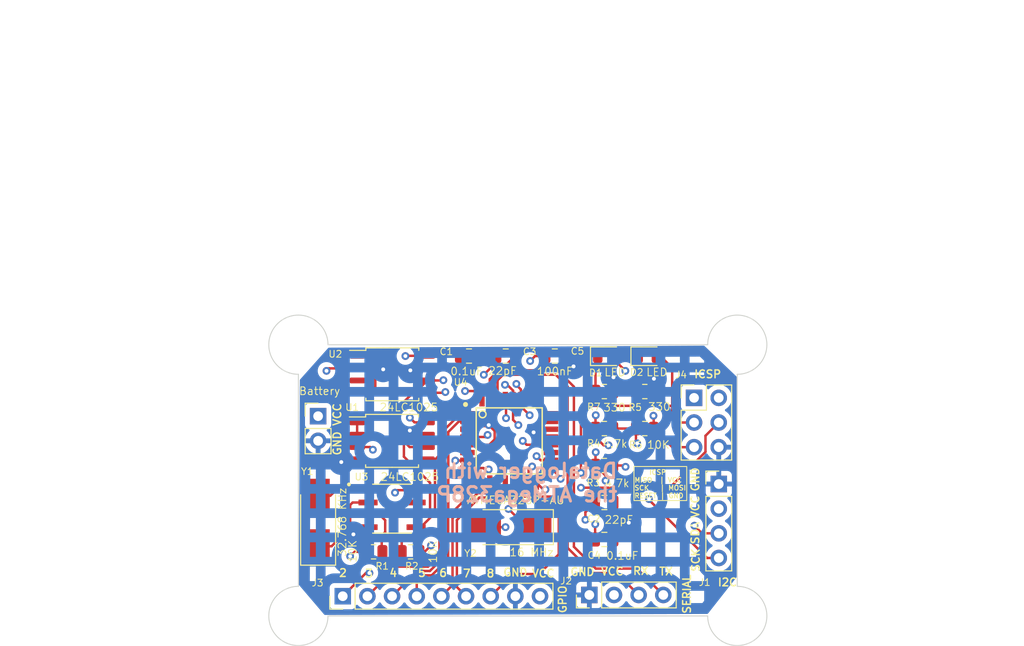
<source format=kicad_pcb>
(kicad_pcb (version 20221018) (generator pcbnew)
  (title_block (title "${project_name}") (date "2023-07-12") (rev "V1.0") (comment 1 "2-Layer PCB version"))
  (layers (0 "F.Cu" mixed) (1 "In1.Cu" mixed) (2 "In2.Cu" mixed) (31 "B.Cu" mixed) (34 "B.Paste" user) (35 "F.Paste" user) (36 "B.SilkS" user "B.Silkscreen") (37 "F.SilkS" user "F.Silkscreen") (38 "B.Mask" user) (39 "F.Mask" user) (44 "Edge.Cuts" user))
  (property "project_name" "MCU Datalogger with memory and clock")
  (net 0 "")
  (net 1 "GND")
  (net 2 "/Vcc")
  (net 3 "Net-(U4-PB6)")
  (net 4 "Net-(U4-PB7)")
  (net 5 "Net-(U4-AREF)")
  (net 6 "Net-(D1-K)")
  (net 7 "Net-(D2-K)")
  (net 8 "/SDA")
  (net 9 "/SCK")
  (net 10 "/RX")
  (net 11 "/TX")
  (net 12 "/D2")
  (net 13 "/D3")
  (net 14 "/D4")
  (net 15 "/D5")
  (net 16 "/D6")
  (net 17 "/D7")
  (net 18 "/D8")
  (net 19 "/MISO")
  (net 20 "/MOSI")
  (net 21 "/RESET")
  (net 22 "Net-(U3-~{INTA})")
  (net 23 "Net-(U3-SQW{slash}~INT)")
  (net 24 "Net-(U3-X1)")
  (net 25 "Net-(U3-X2)")
  (net 35 "/SCL")
  (footprint "Resistor_SMD:R_0805_2012Metric" (layer "F.Cu") (at 161.5675 90.17 180)
    (fp_text reference "R3")
    (fp_text value "4.7k")
  )
  (footprint "Connector_PinHeader_2.54mm:PinHeader_1x02_P2.54mm_Vertical" (layer "F.Cu") (at 132.08 85.085)
    (fp_text reference "BT1" hide)
    (fp_text value "Battery")
  )
  (footprint "Resistor_SMD:R_0805_2012Metric" (layer "F.Cu") (at 165.735 86.36)
    (fp_text reference "R6")
    (fp_text value "10K")
  )
  (footprint "Resistor_SMD:R_0805_2012Metric" (layer "F.Cu") (at 141.605 99.06 180)
    (fp_text reference "R2")
    (fp_text value "10K")
  )
  (footprint "Package_SO:SOIC-8_5.23x5.23mm_P1.27mm" (layer "F.Cu") (at 139.7254 80.7724)
    (fp_text reference "U2")
    (fp_text value "24LC1025")
  )
  (footprint "Connector_PinHeader_2.54mm:PinHeader_1x04_P2.54mm_Vertical" (layer "F.Cu") (at 160.02 103.505 90)
    (fp_text reference "J2")
    (fp_text value "Conn_01x04_Pin" hide)
  )
  (footprint "LED_SMD:LED_0805_2012Metric" (layer "F.Cu") (at 161.8238 78.9074)
    (fp_text reference "D1")
    (fp_text value "LED")
  )
  (footprint "Capacitor_SMD:C_0805_2012Metric" (layer "F.Cu") (at 161.5675 93.98 180)
    (fp_text reference "C2")
    (fp_text value "22pF")
  )
  (footprint "Connector_PinHeader_2.54mm:PinHeader_1x04_P2.54mm_Vertical" (layer "F.Cu") (at 173.355 92.075)
    (fp_text reference "J1")
    (fp_text value "Conn_01x04_Pin" hide)
  )
  (footprint "Capacitor_SMD:C_0805_2012Metric" (layer "F.Cu") (at 156.464 78.8924)
    (fp_text reference "C5")
    (fp_text value "100nF")
  )
  (footprint "Connector_PinHeader_2.54mm:PinHeader_1x09_P2.54mm_Vertical" (layer "F.Cu") (at 134.62 103.632 90)
    (fp_text reference "J3")
    (fp_text value "Conn_01x09_Pin" hide)
  )
  (footprint "Resistor_SMD:R_0805_2012Metric" (layer "F.Cu") (at 137.795 99.06)
    (fp_text reference "R1")
    (fp_text value "10K")
  )
  (footprint "MountingHole:MountingHole_2.1mm" (layer "F.Cu") (at 130.048 105.664)
    (fp_text reference "H3" hide)
    (fp_text value "MountingHole" hide)
  )
  (footprint "Crystal:Crystal_SMD_5032-2Pin_5.0x3.2mm_HandSoldering" (layer "F.Cu") (at 132.08 95.885 90)
    (fp_text reference "Y1")
    (fp_text value "32.768 KHz")
  )
  (footprint "LED_SMD:LED_0805_2012Metric" (layer "F.Cu") (at 165.9913 78.9074)
    (fp_text reference "D2")
    (fp_text value "LED")
  )
  (footprint "Footprints:QFP80P900X900X120-32N" (layer "F.Cu") (at 151.765 87.63)
    (fp_text reference "U4")
    (fp_text value "ATMEGA328P-AU")
  )
  (footprint "MountingHole:MountingHole_2.1mm" (layer "F.Cu") (at 175.26 105.664)
    (fp_text reference "H4" hide)
    (fp_text value "MountingHole" hide)
  )
  (footprint "Resistor_SMD:R_0805_2012Metric" (layer "F.Cu") (at 161.5675 86.36 180)
    (fp_text reference "R4")
    (fp_text value "4.7k")
  )
  (footprint "Package_SO:SOIC-8_5.23x5.23mm_P1.27mm" (layer "F.Cu") (at 139.7 87.63)
    (fp_text reference "U1")
    (fp_text value "24LC1025")
  )
  (footprint "Capacitor_SMD:C_0805_2012Metric" (layer "F.Cu") (at 147.6248 78.8924 180)
    (fp_text reference "C1")
    (fp_text value "0.1uF")
  )
  (footprint "Crystal:Crystal_SMD_5032-2Pin_5.0x3.2mm_HandSoldering" (layer "F.Cu") (at 151.765 96.52 180)
    (fp_text reference "Y2")
    (fp_text value "16 MHz")
  )
  (footprint "Footprints:SOIC127P600X175-8N" (layer "F.Cu") (at 139.7 94.615)
    (fp_text reference "U3")
    (fp_text value "DS1337S+" hide)
  )
  (footprint "MountingHole:MountingHole_2.1mm" (layer "F.Cu") (at 130.048 77.724)
    (fp_text reference "H1" hide)
    (fp_text value "MountingHole" hide)
  )
  (footprint "Resistor_SMD:R_0805_2012Metric" (layer "F.Cu") (at 161.5675 82.55)
    (fp_text reference "R7")
    (fp_text value "330")
  )
  (footprint "MountingHole:MountingHole_2.1mm" (layer "F.Cu") (at 175.26 77.724)
    (fp_text reference "H2" hide)
    (fp_text value "MountingHole" hide)
  )
  (footprint "Connector_PinHeader_2.54mm:PinHeader_2x03_P2.54mm_Vertical" (layer "F.Cu") (at 170.81 83.2)
    (fp_text reference "J4")
    (fp_text value "Conn_02x03_Odd_Even" hide)
  )
  (footprint "Resistor_SMD:R_0805_2012Metric" (layer "F.Cu") (at 165.735 82.55 180)
    (fp_text reference "R5")
    (fp_text value "330")
  )
  (footprint "Capacitor_SMD:C_0805_2012Metric" (layer "F.Cu") (at 151.4094 78.8924)
    (fp_text reference "C3")
    (fp_text value "22pF")
  )
  (footprint "Capacitor_SMD:C_0805_2012Metric" (layer "F.Cu") (at 161.5675 97.79 180)
    (fp_text reference "C4")
    (fp_text value "0.1uF")
  )
  (gr_rect (start 164.6174 90.2716) (end 170.053 93.7768) (stroke (width 0.1)) (fill none) (layer "F.SilkS"))
  (gr_line (start 133.096 105.664) (end 172.212 105.664) (stroke (width 0.1)) (layer "Edge.Cuts"))
  (gr_line (start 175.26 101.6) (end 175.26 80.772) (stroke (width 0.1)) (layer "Edge.Cuts"))
  (gr_line (start 130.048 80.772) (end 130.048 102.616) (stroke (width 0.1)) (layer "Edge.Cuts"))
  (gr_arc (start 130.048 80.772) (mid 127.892739 75.568739) (end 133.096 77.724) (stroke (width 0.1)) (layer "Edge.Cuts"))
  (gr_line (start 172.212 77.724) (end 133.096 77.724) (stroke (width 0.1)) (layer "Edge.Cuts"))
  (gr_arc (start 172.212 77.724) (mid 177.415261 75.568739) (end 175.26 80.772) (stroke (width 0.1)) (layer "Edge.Cuts"))
  (gr_arc (start 133.096 105.664) (mid 127.892739 107.819261) (end 130.048 102.616) (stroke (width 0.1)) (layer "Edge.Cuts"))
  (gr_line (start 175.26 102.616) (end 175.26 101.6) (stroke (width 0.1)) (layer "Edge.Cuts"))
  (gr_arc (start 175.26 102.616) (mid 177.415261 107.819261) (end 172.212 105.664) (stroke (width 0.1)) (layer "Edge.Cuts"))
  (gr_text "Datalogger with \nthe ATMega328P" (at 163.068 94.0308) (layer "B.SilkS") (effects (font (size 1.5 1.5) (thickness 0.3) bold) (justify left bottom mirror)))
  (gr_text "VCC" (at 154.0256 101.7524) (layer "F.SilkS") (effects (font (size 0.8 0.8) (thickness 0.15) bold) (justify left bottom)))
  (gr_text "VCC" (at 171.3992 95.6564 90) (layer "F.SilkS") (effects (font (size 0.8 0.8) (thickness 0.15) bold) (justify left bottom)))
  (gr_text "4" (at 139.3444 101.7016) (layer "F.SilkS") (effects (font (size 0.8 0.8) (thickness 0.15) bold) (justify left bottom)))
  (gr_text "SDA" (at 171.3992 98.3488 90) (layer "F.SilkS") (effects (font (size 0.8 0.8) (thickness 0.15) bold) (justify left bottom)))
  (gr_text "3" (at 136.8552 101.7524) (layer "F.SilkS") (effects (font (size 0.8 0.8) (thickness 0.15) bold) (justify left bottom)))
  (gr_text "    ICSP\nMISO  | VCC\nSCK   | MOSI\nRESET | GND" (at 164.6174 93.5736) (layer "F.SilkS") (effects (font (size 0.5 0.5) (thickness 0.1)) (justify left bottom)))
  (gr_text "TX" (at 167.132 101.5492) (layer "F.SilkS") (effects (font (size 0.8 0.8) (thickness 0.15) bold) (justify left bottom)))
  (gr_text "6" (at 144.4752 101.7016) (layer "F.SilkS") (effects (font (size 0.8 0.8) (thickness 0.15) bold) (justify left bottom)))
  (gr_text "VCC" (at 134.5184 86.1568 90) (layer "F.SilkS") (effects (font (size 0.8 0.8) (thickness 0.15) bold) (justify left bottom)))
  (gr_text "VCC" (at 161.1376 101.5492) (layer "F.SilkS") (effects (font (size 0.8 0.8) (thickness 0.15) bold) (justify left bottom)))
  (gr_text "GND" (at 151.0792 101.6508) (layer "F.SilkS") (effects (font (size 0.8 0.8) (thickness 0.15) bold) (justify left bottom)))
  (gr_text "ICSP" (at 170.7388 81.2292) (layer "F.SilkS") (effects (font (size 0.8 0.8) (thickness 0.15) bold) (justify left bottom)))
  (gr_text "I2C" (at 173.1772 102.6668) (layer "F.SilkS") (effects (font (size 0.8 0.8) (thickness 0.15) bold) (justify left bottom)))
  (gr_text "GND" (at 157.988 101.6) (layer "F.SilkS") (effects (font (size 0.8 0.8) (thickness 0.15) bold) (justify left bottom)))
  (gr_text "2" (at 134.1628 101.7016) (layer "F.SilkS") (effects (font (size 0.8 0.8) (thickness 0.15) bold) (justify left bottom)))
  (gr_text "7" (at 146.9136 101.7524) (layer "F.SilkS") (effects (font (size 0.8 0.8) (thickness 0.15) bold) (justify left bottom)))
  (gr_text "5" (at 142.2908 101.7016) (layer "F.SilkS") (effects (font (size 0.8 0.8) (thickness 0.15) bold) (justify left bottom)))
  (gr_text "SCK" (at 171.45 101.1936 90) (layer "F.SilkS") (effects (font (size 0.8 0.8) (thickness 0.15) bold) (justify left bottom)))
  (gr_text "GND" (at 171.3992 92.9132 90) (layer "F.SilkS") (effects (font (size 0.8 0.8) (thickness 0.15) bold) (justify left bottom)))
  (gr_text "8" (at 149.352 101.7524) (layer "F.SilkS") (effects (font (size 0.8 0.8) (thickness 0.15) bold) (justify left bottom)))
  (gr_text "SERIAL" (at 170.5356 105.5116 90) (layer "F.SilkS") (effects (font (size 0.8 0.8) (thickness 0.15) bold) (justify left bottom)))
  (gr_text "GND" (at 134.5184 89.2048 90) (layer "F.SilkS") (effects (font (size 0.8 0.8) (thickness 0.15) bold) (justify left bottom)))
  (gr_text "RX" (at 164.4396 101.4984) (layer "F.SilkS") (effects (font (size 0.8 0.8) (thickness 0.15) bold) (justify left bottom)))
  (gr_text "GPIO" (at 157.734 105.4608 90) (layer "F.SilkS") (effects (font (size 0.8 0.8) (thickness 0.15) bold) (justify left bottom)))
  (segment (start 137.9728 82.0928) (end 137.3882 82.6774) (width 0.25) (layer "F.Cu") (net 1))
  (segment (start 162.5175 96.0628) (end 164.084 96.0628) (width 0.25) (layer "F.Cu") (net 1))
  (segment (start 162.48 82.55) (end 162.48 81.106) (width 0.25) (layer "F.Cu") (net 1))
  (segment (start 136.457398 96.52) (end 135.716499 97.260899) (width 0.25) (layer "F.Cu") (net 1))
  (segment (start 147.3298 80.1374) (end 148.5748 78.8924) (width 0.25) (layer "F.Cu") (net 1))
  (segment (start 150.2664 86.614) (end 150.2664 87.4776) (width 0.25) (layer "F.Cu") (net 1))
  (segment (start 141.9606 86.995) (end 141.5288 86.5632) (width 0.25) (layer "F.Cu") (net 1))
  (segment (start 143.3254 80.1374) (end 147.3298 80.1374) (width 0.25) (layer "F.Cu") (net 1))
  (segment (start 154.7565 87.23) (end 154.2796 86.7531) (width 0.25) (layer "F.Cu") (net 1))
  (segment (start 162.5175 96.0628) (end 162.5175 97.79) (width 0.25) (layer "F.Cu") (net 1))
  (segment (start 138.3284 80.264) (end 138.7856 80.264) (width 0.25) (layer "F.Cu") (net 1))
  (segment (start 137.225 96.52) (end 136.457398 96.52) (width 0.25) (layer "F.Cu") (net 1))
  (segment (start 143.3254 80.1374) (end 141.8078 80.1374) (width 0.25) (layer "F.Cu") (net 1))
  (segment (start 149.6568 86.0044) (end 150.2664 86.614) (width 0.25) (layer "F.Cu") (net 1))
  (segment (start 162.48 81.106) (end 162.5092 81.0768) (width 0.25) (layer "F.Cu") (net 1))
  (segment (start 136.1 89.535) (end 134.747 89.535) (width 0.25) (layer "F.Cu") (net 1))
  (segment (start 137.3882 82.6774) (end 136.1254 82.6774) (width 0.25) (layer "F.Cu") (net 1))
  (segment (start 157.414 78.8924) (end 157.414 78.9788) (width 0.25) (layer "F.Cu") (net 1))
  (segment (start 148.216 86.43) (end 147.465 86.43) (width 0.25) (layer "F.Cu") (net 1))
  (segment (start 137.9728 80.8228) (end 137.9728 82.0928) (width 0.25) (layer "F.Cu") (net 1))
  (segment (start 162.5175 93.98) (end 162.5175 96.0628) (width 0.25) (layer "F.Cu") (net 1))
  (segment (start 137.2874 80.1374) (end 137.8712 80.7212) (width 0.25) (layer "F.Cu") (net 1))
  (segment (start 149.6568 86.0044) (end 149.5552 86.106) (width 0.25) (layer "F.Cu") (net 1))
  (segment (start 137.8712 80.7212) (end 138.3284 80.264) (width 0.25) (layer "F.Cu") (net 1))
  (segment (start 149.5552 86.106) (end 148.54 86.106) (width 0.25) (layer "F.Cu") (net 1))
  (segment (start 166.6475 82.55) (end 166.6475 81.2565) (width 0.25) (layer "F.Cu") (net 1))
  (segment (start 141.8078 80.1374) (end 141.5796 80.3656) (width 0.25) (layer "F.Cu") (net 1))
  (segment (start 134.747 89.535) (end 134.4676 89.8144) (width 0.25) (layer "F.Cu") (net 1))
  (segment (start 157.414 78.9788) (end 158.3944 79.9592) (width 0.25) (layer "F.Cu") (net 1))
  (segment (start 156.065 87.23) (end 154.7565 87.23) (width 0.25) (layer "F.Cu") (net 1))
  (segment (start 148.5748 78.8924) (end 150.4594 78.8924) (width 0.25) (layer "F.Cu") (net 1))
  (segment (start 136.1254 80.1374) (end 137.2874 80.1374) (width 0.25) (layer "F.Cu") (net 1))
  (segment (start 150.2664 87.4776) (end 149.714 88.03) (width 0.25) (layer "F.Cu") (net 1))
  (segment (start 148.54 86.106) (end 148.216 86.43) (width 0.25) (layer "F.Cu") (net 1))
  (segment (start 166.6475 81.2565) (end 166.6748 81.2292) (width 0.25) (layer "F.Cu") (net 1))
  (segment (start 149.714 88.03) (end 147.465 88.03) (width 0.25) (layer "F.Cu") (net 1))
  (segment (start 143.3 86.995) (end 141.9606 86.995) (width 0.25) (layer "F.Cu") (net 1))
  (segment (start 137.8712 80.7212) (end 137.9728 80.8228) (width 0.25) (layer "F.Cu") (net 1))
  (via (at 134.4676 89.8144) (size 0.8) (drill 0.4) (layers "F.Cu" "B.Cu") (net 1))
  (via (at 166.6748 81.2292) (size 0.8) (drill 0.4) (layers "F.Cu" "B.Cu") (net 1))
  (via (at 141.5288 86.5632) (size 0.8) (drill 0.4) (layers "F.Cu" "B.Cu") (net 1))
  (via (at 158.3944 79.9592) (size 0.8) (drill 0.4) (layers "F.Cu" "B.Cu") (net 1))
  (via (at 138.7856 80.264) (size 0.8) (drill 0.4) (layers "F.Cu" "B.Cu") (net 1))
  (via (at 154.2796 86.7531) (size 0.8) (drill 0.4) (layers "F.Cu" "B.Cu") (net 1))
  (via (at 162.5092 81.0768) (size 0.8) (drill 0.4) (layers "F.Cu" "B.Cu") (net 1))
  (via (at 164.084 96.0628) (size 0.8) (drill 0.4) (layers "F.Cu" "B.Cu") (net 1))
  (via (at 149.6568 86.0044) (size 0.8) (drill 0.4) (layers "F.Cu" "B.Cu") (net 1))
  (via (at 135.716499 97.260899) (size 0.8) (drill 0.4) (layers "F.Cu" "B.Cu") (net 1))
  (via (at 141.5796 80.3656) (size 0.8) (drill 0.4) (layers "F.Cu" "B.Cu") (net 1))
  (segment (start 154.432 78.8924) (end 155.514 78.8924) (width 0.25) (layer "F.Cu") (net 2))
  (segment (start 134.2136 80.1624) (end 134.2136 80.9752) (width 0.25) (layer "F.Cu") (net 2))
  (segment (start 134.2136 79.4512) (end 134.2136 80.1624) (width 0.25) (layer "F.Cu") (net 2))
  (segment (start 143.3 85.725) (end 142.0114 85.725) (width 0.25) (layer "F.Cu") (net 2))
  (segment (start 162.7613 79.4493) (end 163.7284 80.4164) (width 0.25) (layer "F.Cu") (net 2))
  (segment (start 162.7613 78.9074) (end 162.7613 79.4493) (width 0.25) (layer "F.Cu") (net 2))
  (segment (start 164.8225 87.7589) (end 164.9476 87.884) (width 0.25) (layer "F.Cu") (net 2))
  (segment (start 146.6498 78.8674) (end 146.6748 78.8924) (width 0.25) (layer "F.Cu") (net 2))
  (segment (start 143.3254 78.8674) (end 141.0966 78.8674) (width 0.25) (layer "F.Cu") (net 2))
  (segment (start 164.8225 86.36) (end 164.8225 87.7589) (width 0.25) (layer "F.Cu") (net 2))
  (segment (start 134.7974 78.8674) (end 134.2136 79.4512) (width 0.25) (layer "F.Cu") (net 2))
  (segment (start 142.5175 99.06) (end 143.0528 99.06) (width 0.25) (layer "F.Cu") (net 2))
  (segment (start 137.4394 88.265) (end 137.7188 88.5444) (width 0.25) (layer "F.Cu") (net 2))
  (segment (start 163.618202 90.17) (end 163.749501 90.301299) (width 0.25) (layer "F.Cu") (net 2))
  (segment (start 133.1976 80.1624) (end 132.9436 80.4164) (width 0.25) (layer "F.Cu") (net 2))
  (segment (start 156.065 89.63) (end 155.0096 89.63) (width 0.25) (layer "F.Cu") (net 2))
  (segment (start 143.0528 99.06) (end 143.7132 98.3996) (width 0.25) (layer "F.Cu") (net 2))
  (segment (start 134.6458 81.4074) (end 136.1254 81.4074) (width 0.25) (layer "F.Cu") (net 2))
  (segment (start 136.1254 78.8674) (end 134.7974 78.8674) (width 0.25) (layer "F.Cu") (net 2))
  (segment (start 143.3254 78.8674) (end 146.6498 78.8674) (width 0.25) (layer "F.Cu") (net 2))
  (segment (start 136.8825 99.06) (end 135.8392 99.06) (width 0.25) (layer "F.Cu") (net 2))
  (segment (start 153.924 79.4004) (end 154.432 78.8924) (width 0.25) (layer "F.Cu") (net 2))
  (segment (start 134.2136 80.9752) (end 134.6458 81.4074) (width 0.25) (layer "F.Cu") (net 2))
  (segment (start 135.8392 99.06) (end 135.382 99.5172) (width 0.25) (layer "F.Cu") (net 2))
  (segment (start 149.3323 87.23) (end 149.5419 87.0204) (width 0.25) (layer "F.Cu") (net 2))
  (segment (start 142.0114 85.725) (end 141.5288 85.2424) (width 0.25) (layer "F.Cu") (net 2))
  (segment (start 136.1 86.995) (end 136.1 88.265) (width 0.25) (layer "F.Cu") (net 2))
  (segment (start 142.175 92.71) (end 140.2588 92.71) (width 0.25) (layer "F.Cu") (net 2))
  (segment (start 147.465 87.23) (end 149.3323 87.23) (width 0.25) (layer "F.Cu") (net 2))
  (segment (start 162.48 86.36) (end 164.8225 86.36) (width 0.25) (layer "F.Cu") (net 2))
  (segment (start 136.1 85.725) (end 136.1 86.995) (width 0.25) (layer "F.Cu") (net 2))
  (segment (start 162.48 90.17) (end 163.618202 90.17) (width 0.25) (layer "F.Cu") (net 2))
  (segment (start 140.2588 92.71) (end 140.0048 92.964) (width 0.25) (layer "F.Cu") (net 2))
  (segment (start 134.2136 80.1624) (end 133.1976 80.1624) (width 0.25) (layer "F.Cu") (net 2))
  (segment (start 141.0966 78.8674) (end 141.0716 78.8924) (width 0.25) (layer "F.Cu") (net 2))
  (segment (start 155.0096 89.63) (end 154.5844 89.2048) (width 0.25) (layer "F.Cu") (net 2))
  (segment (start 136.1 88.265) (end 137.4394 88.265) (width 0.25) (layer "F.Cu") (net 2))
  (via (at 163.7284 80.4164) (size 0.8) (drill 0.4) (layers "F.Cu" "B.Cu") (net 2))
  (via (at 132.9436 80.4164) (size 0.8) (drill 0.4) (layers "F.Cu" "B.Cu") (net 2))
  (via (at 143.7132 98.3996) (size 0.8) (drill 0.4) (layers "F.Cu" "B.Cu") (net 2))
  (via (at 141.5288 85.2424) (size 0.8) (drill 0.4) (layers "F.Cu" "B.Cu") (net 2))
  (via (at 163.749501 90.301299) (size 0.8) (drill 0.4) (layers "F.Cu" "B.Cu") (net 2))
  (via (at 135.382 99.5172) (size 0.8) (drill 0.4) (layers "F.Cu" "B.Cu") (net 2))
  (via (at 153.924 79.4004) (size 0.8) (drill 0.4) (layers "F.Cu" "B.Cu") (net 2))
  (via (at 154.5844 89.2048) (size 0.8) (drill 0.4) (layers "F.Cu" "B.Cu") (net 2))
  (via (at 149.5419 87.0204) (size 0.8) (drill 0.4) (layers "F.Cu" "B.Cu") (net 2))
  (via (at 137.7188 88.5444) (size 0.8) (drill 0.4) (layers "F.Cu" "B.Cu") (net 2))
  (via (at 140.0048 92.964) (size 0.8) (drill 0.4) (layers "F.Cu" "B.Cu") (net 2))
  (via (at 164.9476 87.884) (size 0.8) (drill 0.4) (layers "F.Cu" "B.Cu") (net 2))
  (via (at 141.0716 78.8924) (size 0.8) (drill 0.4) (layers "F.Cu" "B.Cu") (net 2))
  (segment (start 159.6136 94.9839) (end 160.6175 93.98) (width 0.25) (layer "F.Cu") (net 3))
  (segment (start 149.165 96.52) (end 151.384 96.52) (width 0.25) (layer "F.Cu") (net 3))
  (segment (start 147.433 89.662) (end 147.465 89.63) (width 0.25) (layer "F.Cu") (net 3))
  (segment (start 146.2157 89.662) (end 147.433 89.662) (width 0.25) (layer "F.Cu") (net 3))
  (segment (start 159.6136 95.758) (end 159.6136 94.9839) (width 0.25) (layer "F.Cu") (net 3))
  (via (at 159.6136 95.758) (size 0.8) (drill 0.4) (layers "F.Cu" "B.Cu") (net 3))
  (via (at 146.2157 89.662) (size 0.8) (drill 0.4) (layers "F.Cu" "B.Cu") (net 3))
  (via (at 151.384 96.52) (size 0.8) (drill 0.4) (layers "F.Cu" "B.Cu") (net 3))
  (segment (start 149.6568 90.5764) (end 149.2504 90.5764) (width 0.25) (layer "F.Cu") (net 4))
  (segment (start 150.0287 79.9424) (end 151.3094 79.9424) (width 0.25) (layer "F.Cu") (net 4))
  (segment (start 149.2504 90.5764) (end 149.104 90.43) (width 0.25) (layer "F.Cu") (net 4))
  (segment (start 149.1488 80.8223) (end 150.0287 79.9424) (width 0.25) (layer "F.Cu") (net 4))
  (segment (start 153.5684 96.52) (end 151.6888 94.6404) (width 0.25) (layer "F.Cu") (net 4))
  (segment (start 149.104 90.43) (end 147.465 90.43) (width 0.25) (layer "F.Cu") (net 4))
  (segment (start 151.3094 79.9424) (end 152.3594 78.8924) (width 0.25) (layer "F.Cu") (net 4))
  (segment (start 154.365 96.52) (end 153.5684 96.52) (width 0.25) (layer "F.Cu") (net 4))
  (via (at 149.6568 90.5764) (size 0.8) (drill 0.4) (layers "F.Cu" "B.Cu") (net 4))
  (via (at 149.1488 80.8223) (size 0.8) (drill 0.4) (layers "F.Cu" "B.Cu") (net 4))
  (via (at 151.6888 94.6404) (size 0.8) (drill 0.4) (layers "F.Cu" "B.Cu") (net 4))
  (segment (start 153.162 87.63) (end 153.562 88.03) (width 0.25) (layer "F.Cu") (net 5))
  (segment (start 160.6175 96.2273) (end 160.6296 96.2152) (width 0.25) (layer "F.Cu") (net 5))
  (segment (start 153.562 88.03) (end 156.065 88.03) (width 0.25) (layer "F.Cu") (net 5))
  (segment (start 160.6175 97.79) (end 160.6175 96.2273) (width 0.25) (layer "F.Cu") (net 5))
  (via (at 160.6296 96.2152) (size 0.8) (drill 0.4) (layers "F.Cu" "B.Cu") (net 5))
  (via (at 153.162 87.63) (size 0.8) (drill 0.4) (layers "F.Cu" "B.Cu") (net 5))
  (segment (start 160.655 82.55) (end 160.655 79.1387) (width 0.25) (layer "F.Cu") (net 6))
  (segment (start 160.655 79.1387) (end 160.8863 78.9074) (width 0.25) (layer "F.Cu") (net 6))
  (segment (start 164.8225 82.55) (end 164.8225 79.1387) (width 0.25) (layer "F.Cu") (net 7))
  (segment (start 164.8225 79.1387) (end 165.0538 78.9074) (width 0.25) (layer "F.Cu") (net 7))
  (segment (start 144.5912 89.0888) (end 144.145 89.535) (width 0.25) (layer "F.Cu") (net 8))
  (segment (start 145.1098 82.6774) (end 145.1864 82.6008) (width 0.25) (layer "F.Cu") (net 8))
  (segment (start 162.0012 88.0872) (end 161.4932 88.0872) (width 0.25) (layer "F.Cu") (net 8))
  (segment (start 173.355 97.155) (end 171.6278 97.155) (width 0.25) (layer "F.Cu") (net 8))
  (segment (start 144.1196 95.0579) (end 144.1196 90.3546) (width 0.25) (layer "F.Cu") (net 8))
  (segment (start 143.3254 82.6774) (end 144.5912 83.9432) (width 0.25) (layer "F.Cu") (net 8))
  (segment (start 160.655 85.0138) (end 160.6804 84.9884) (width 0.25) (layer "F.Cu") (net 8))
  (segment (start 144.145 89.535) (end 143.3 89.535) (width 0.25) (layer "F.Cu") (net 8))
  (segment (start 160.655 86.36) (end 160.655 85.0138) (width 0.25) (layer "F.Cu") (net 8))
  (segment (start 171.6278 97.155) (end 170.8404 96.3676) (width 0.25) (layer "F.Cu") (net 8))
  (segment (start 153.8732 84.9884) (end 152.965 84.0802) (width 0.25) (layer "F.Cu") (net 8))
  (segment (start 152.501094 81.866094) (end 152.965 82.33) (width 0.25) (layer "F.Cu") (net 8))
  (segment (start 160.655 87.249) (end 160.655 86.36) (width 0.25) (layer "F.Cu") (net 8))
  (segment (start 143.3254 82.6774) (end 145.1098 82.6774) (width 0.25) (layer "F.Cu") (net 8))
  (segment (start 142.175 96.52) (end 142.6575 96.52) (width 0.25) (layer "F.Cu") (net 8))
  (segment (start 142.6575 96.52) (end 144.1196 95.0579) (width 0.25) (layer "F.Cu") (net 8))
  (segment (start 152.965 84.0802) (end 152.965 83.33) (width 0.25) (layer "F.Cu") (net 8))
  (segment (start 144.5912 83.9432) (end 144.5912 89.0888) (width 0.25) (layer "F.Cu") (net 8))
  (segment (start 152.501094 81.766496) (end 152.501094 81.866094) (width 0.25) (layer "F.Cu") (net 8))
  (segment (start 144.1196 90.3546) (end 143.3 89.535) (width 0.25) (layer "F.Cu") (net 8))
  (segment (start 152.965 82.33) (end 152.965 83.33) (width 0.25) (layer "F.Cu") (net 8))
  (segment (start 161.4932 88.0872) (end 160.655 87.249) (width 0.25) (layer "F.Cu") (net 8))
  (via (at 170.8404 96.3676) (size 0.8) (drill 0.4) (layers "F.Cu" "B.Cu") (net 8))
  (via (at 160.6804 84.9884) (size 0.8) (drill 0.4) (layers "F.Cu" "B.Cu") (net 8))
  (via (at 152.501094 81.766496) (size 0.8) (drill 0.4) (layers "F.Cu" "B.Cu") (net 8))
  (via (at 145.1864 82.6008) (size 0.8) (drill 0.4) (layers "F.Cu" "B.Cu") (net 8))
  (via (at 153.8732 84.9884) (size 0.8) (drill 0.4) (layers "F.Cu" "B.Cu") (net 8))
  (via (at 162.0012 88.0872) (size 0.8) (drill 0.4) (layers "F.Cu" "B.Cu") (net 8))
  (segment (start 157.0603 91.4253) (end 156.065 90.43) (width 0.25) (layer "F.Cu") (net 9))
  (segment (start 167.3502 78.9074) (end 168.5544 80.1116) (width 0.25) (layer "F.Cu") (net 9))
  (segment (start 169.1536 85.74) (end 170.81 85.74) (width 0.25) (layer "F.Cu") (net 9))
  (segment (start 159.6644 84.0232) (end 168.5544 84.0232) (width 0.25) (layer "F.Cu") (net 9))
  (segment (start 159.1564 84.5312) (end 159.6644 84.0232) (width 0.25) (layer "F.Cu") (net 9))
  (segment (start 166.9288 78.9074) (end 167.3502 78.9074) (width 0.25) (layer "F.Cu") (net 9))
  (segment (start 168.5544 80.1116) (end 168.5544 84.0232) (width 0.25) (layer "F.Cu") (net 9))
  (segment (start 168.5544 85.1408) (end 169.1536 85.74) (width 0.25) (layer "F.Cu") (net 9))
  (segment (start 159.1564 90.932) (end 159.1564 84.5312) (width 0.25) (layer "F.Cu") (net 9))
  (segment (start 168.5544 84.0232) (end 168.5544 85.1408) (width 0.25) (layer "F.Cu") (net 9))
  (segment (start 157.0603 91.5416) (end 157.0603 91.4253) (width 0.25) (layer "F.Cu") (net 9))
  (via (at 159.1564 90.932) (size 0.8) (drill 0.4) (layers "F.Cu" "B.Cu") (net 9))
  (via (at 157.0603 91.5416) (size 0.8) (drill 0.4) (layers "F.Cu" "B.Cu") (net 9))
  (segment (start 151.1104 80.8424) (end 150.565 81.3878) (width 0.25) (layer "F.Cu") (net 10))
  (segment (start 151.708992 80.8156) (end 151.682192 80.8424) (width 0.25) (layer "F.Cu") (net 10))
  (segment (start 151.682192 80.8424) (end 151.1104 80.8424) (width 0.25) (layer "F.Cu") (net 10))
  (segment (start 162.8394 101.2444) (end 160.3756 101.2444) (width 0.25) (layer "F.Cu") (net 10))
  (segment (start 165.1 103.505) (end 162.8394 101.2444) (width 0.25) (layer "F.Cu") (net 10))
  (segment (start 157.7848 82.042) (end 156.5584 80.8156) (width 0.25) (layer "F.Cu") (net 10))
  (segment (start 150.565 81.3878) (end 150.565 83.33) (width 0.25) (layer "F.Cu") (net 10))
  (segment (start 157.7848 98.6536) (end 157.7848 82.042) (width 0.25) (layer "F.Cu") (net 10))
  (segment (start 156.5584 80.8156) (end 151.708992 80.8156) (width 0.25) (layer "F.Cu") (net 10))
  (segment (start 160.3756 101.2444) (end 157.7848 98.6536) (width 0.25) (layer "F.Cu") (net 10))
  (segment (start 160.6804 100.7872) (end 158.4314 98.5382) (width 0.25) (layer "F.Cu") (net 11))
  (segment (start 149.765 81.2734) (end 149.765 83.33) (width 0.25) (layer "F.Cu") (net 11))
  (segment (start 151.522596 80.3656) (end 151.495796 80.3924) (width 0.25) (layer "F.Cu") (net 11))
  (segment (start 158.4314 98.5382) (end 158.4314 82.052204) (width 0.25) (layer "F.Cu") (net 11))
  (segment (start 164.9222 100.7872) (end 160.6804 100.7872) (width 0.25) (layer "F.Cu") (net 11))
  (segment (start 156.744796 80.3656) (end 151.522596 80.3656) (width 0.25) (layer "F.Cu") (net 11))
  (segment (start 167.64 103.505) (end 164.9222 100.7872) (width 0.25) (layer "F.Cu") (net 11))
  (segment (start 151.495796 80.3924) (end 150.646 80.3924) (width 0.25) (layer "F.Cu") (net 11))
  (segment (start 150.646 80.3924) (end 149.765 81.2734) (width 0.25) (layer "F.Cu") (net 11))
  (segment (start 158.4314 82.052204) (end 156.744796 80.3656) (width 0.25) (layer "F.Cu") (net 11))
  (segment (start 134.62 103.632) (end 137.0076 101.2444) (width 0.25) (layer "F.Cu") (net 12))
  (segment (start 148.1342 82.4992) (end 148.965 83.33) (width 0.25) (layer "F.Cu") (net 12))
  (segment (start 137.0076 101.2444) (end 137.3632 101.2444) (width 0.25) (layer "F.Cu") (net 12))
  (segment (start 147.2184 82.4992) (end 148.1342 82.4992) (width 0.25) (layer "F.Cu") (net 12))
  (via (at 147.2184 82.4992) (size 0.8) (drill 0.4) (layers "F.Cu" "B.Cu") (net 12))
  (via (at 137.3632 101.2444) (size 0.8) (drill 0.4) (layers "F.Cu" "B.Cu") (net 12))
  (segment (start 143.4084 100.584) (end 140.208 100.584) (width 0.25) (layer "F.Cu") (net 13))
  (segment (start 144.5768 99.4156) (end 143.4084 100.584) (width 0.25) (layer "F.Cu") (net 13))
  (segment (start 147.465 84.83) (end 146.740404 84.83) (width 0.25) (layer "F.Cu") (net 13))
  (segment (start 146.740404 84.83) (end 145.0412 86.529204) (width 0.25) (layer "F.Cu") (net 13))
  (segment (start 144.5768 95.045408) (end 144.5768 99.4156) (width 0.25) (layer "F.Cu") (net 13))
  (segment (start 140.208 100.584) (end 137.16 103.632) (width 0.25) (layer "F.Cu") (net 13))
  (segment (start 145.0412 86.529204) (end 145.0412 94.581008) (width 0.25) (layer "F.Cu") (net 13))
  (segment (start 145.0412 94.581008) (end 144.5768 95.045408) (width 0.25) (layer "F.Cu") (net 13))
  (segment (start 145.4912 94.767404) (end 145.4912 86.7156) (width 0.25) (layer "F.Cu") (net 14))
  (segment (start 146.5768 85.63) (end 147.465 85.63) (width 0.25) (layer "F.Cu") (net 14))
  (segment (start 145.0268 95.231804) (end 145.4912 94.767404) (width 0.25) (layer "F.Cu") (net 14))
  (segment (start 143.594796 101.034) (end 145.0268 99.601996) (width 0.25) (layer "F.Cu") (net 14))
  (segment (start 145.0268 99.601996) (end 145.0268 95.231804) (width 0.25) (layer "F.Cu") (net 14))
  (segment (start 145.4912 86.7156) (end 146.5768 85.63) (width 0.25) (layer "F.Cu") (net 14))
  (segment (start 139.7 103.632) (end 142.298 101.034) (width 0.25) (layer "F.Cu") (net 14))
  (segment (start 142.298 101.034) (end 143.594796 101.034) (width 0.25) (layer "F.Cu") (net 14))
  (segment (start 143.781192 101.484) (end 145.4768 99.788392) (width 0.25) (layer "F.Cu") (net 15))
  (segment (start 142.6608 101.484) (end 143.781192 101.484) (width 0.25) (layer "F.Cu") (net 15))
  (segment (start 145.4768 99.788392) (end 145.4768 95.4182) (width 0.25) (layer "F.Cu") (net 15))
  (segment (start 142.24 103.632) (end 142.24 101.9048) (width 0.25) (layer "F.Cu") (net 15))
  (segment (start 145.4768 95.4182) (end 148.965 91.93) (width 0.25) (layer "F.Cu") (net 15))
  (segment (start 142.24 101.9048) (end 142.6608 101.484) (width 0.25) (layer "F.Cu") (net 15))
  (segment (start 145.9268 102.4852) (end 145.9268 95.604596) (width 0.25) (layer "F.Cu") (net 16))
  (segment (start 148.516596 93.0148) (end 149.5552 93.0148) (width 0.25) (layer "F.Cu") (net 16))
  (segment (start 145.9268 95.604596) (end 148.516596 93.0148) (width 0.25) (layer "F.Cu") (net 16))
  (segment (start 149.5552 93.0148) (end 149.765 92.805) (width 0.25) (layer "F.Cu") (net 16))
  (segment (start 149.765 92.805) (end 149.765 91.93) (width 0.25) (layer "F.Cu") (net 16))
  (segment (start 144.78 103.632) (end 145.9268 102.4852) (width 0.25) (layer "F.Cu") (net 16))
  (segment (start 149.9688 93.4648) (end 150.565 92.8686) (width 0.25) (layer "F.Cu") (net 17))
  (segment (start 146.3768 95.790992) (end 148.702992 93.4648) (width 0.25) (layer "F.Cu") (net 17))
  (segment (start 147.32 103.632) (end 146.3768 102.6888) (width 0.25) (layer "F.Cu") (net 17))
  (segment (start 150.565 92.8686) (end 150.565 91.93) (width 0.25) (layer "F.Cu") (net 17))
  (segment (start 146.3768 102.6888) (end 146.3768 95.790992) (width 0.25) (layer "F.Cu") (net 17))
  (segment (start 148.702992 93.4648) (end 149.9688 93.4648) (width 0.25) (layer "F.Cu") (net 17))
  (segment (start 156.8704 94.1832) (end 156.0576 93.3704) (width 0.25) (layer "F.Cu") (net 18))
  (segment (start 156.8704 99.314) (end 156.8704 94.1832) (width 0.25) (layer "F.Cu") (net 18))
  (segment (start 151.365 92.9322) (end 151.365 91.93) (width 0.25) (layer "F.Cu") (net 18))
  (segment (start 151.8032 93.3704) (end 151.365 92.9322) (width 0.25) (layer "F.Cu") (net 18))
  (segment (start 149.86 103.632) (end 152.146 101.346) (width 0.25) (layer "F.Cu") (net 18))
  (segment (start 156.0576 93.3704) (end 151.8032 93.3704) (width 0.25) (layer "F.Cu") (net 18))
  (segment (start 154.8384 101.346) (end 156.8704 99.314) (width 0.25) (layer "F.Cu") (net 18))
  (segment (start 152.146 101.346) (end 154.8384 101.346) (width 0.25) (layer "F.Cu") (net 18))
  (segment (start 155.4988 92.6459) (end 155.2809 92.6459) (width 0.25) (layer "F.Cu") (net 19))
  (segment (start 155.2809 92.6459) (end 154.565 91.93) (width 0.25) (layer "F.Cu") (net 19))
  (via (at 155.4988 92.6459) (size 0.8) (drill 0.4) (layers "F.Cu" "B.Cu") (net 19))
  (segment (start 171.985 88.766701) (end 168.295701 92.456) (width 0.25) (layer "F.Cu") (net 20))
  (segment (start 153.765 90.6338) (end 153.765 91.93) (width 0.25) (layer "F.Cu") (net 20))
  (segment (start 168.295701 92.456) (end 159.1564 92.456) (width 0.25) (layer "F.Cu") (net 20))
  (segment (start 171.985 87.105) (end 171.985 88.766701) (width 0.25) (layer "F.Cu") (net 20))
  (segment (start 154.1272 90.2716) (end 153.765 90.6338) (width 0.25) (layer "F.Cu") (net 20))
  (segment (start 173.35 85.74) (end 171.985 87.105) (width 0.25) (layer "F.Cu") (net 20))
  (via (at 154.1272 90.2716) (size 0.8) (drill 0.4) (layers "F.Cu" "B.Cu") (net 20))
  (via (at 159.1564 92.456) (size 0.8) (drill 0.4) (layers "F.Cu" "B.Cu") (net 20))
  (segment (start 151.4405 85.2932) (end 151.4405 83.4055) (width 0.25) (layer "F.Cu") (net 21))
  (segment (start 151.4405 83.4055) (end 151.365 83.33) (width 0.25) (layer "F.Cu") (net 21))
  (segment (start 170.81 88.28) (end 168.5675 88.28) (width 0.25) (layer "F.Cu") (net 21))
  (segment (start 166.6475 86.36) (end 166.6475 85.0627) (width 0.25) (layer "F.Cu") (net 21))
  (segment (start 166.6475 85.0627) (end 166.624 85.0392) (width 0.25) (layer "F.Cu") (net 21))
  (segment (start 168.5675 88.28) (end 166.6475 86.36) (width 0.25) (layer "F.Cu") (net 21))
  (via (at 151.4405 85.2932) (size 0.8) (drill 0.4) (layers "F.Cu" "B.Cu") (net 21))
  (via (at 166.624 85.0392) (size 0.8) (drill 0.4) (layers "F.Cu" "B.Cu") (net 21))
  (segment (start 138.6332 97.3836) (end 138.9888 97.028) (width 0.25) (layer "F.Cu") (net 22))
  (segment (start 138.43 95.25) (end 137.225 95.25) (width 0.25) (layer "F.Cu") (net 22))
  (segment (start 138.7075 99.06) (end 138.6332 98.9857) (width 0.25) (layer "F.Cu") (net 22))
  (segment (start 138.6332 98.9857) (end 138.6332 97.3836) (width 0.25) (layer "F.Cu") (net 22))
  (segment (start 138.9888 95.8088) (end 138.43 95.25) (width 0.25) (layer "F.Cu") (net 22))
  (segment (start 138.9888 97.028) (end 138.9888 95.8088) (width 0.25) (layer "F.Cu") (net 22))
  (segment (start 140.208 94.742) (end 140.97 93.98) (width 0.25) (layer "F.Cu") (net 23))
  (segment (start 140.208 97.1804) (end 140.208 94.742) (width 0.25) (layer "F.Cu") (net 23))
  (segment (start 140.6925 97.6649) (end 140.208 97.1804) (width 0.25) (layer "F.Cu") (net 23))
  (segment (start 140.6925 99.06) (end 140.6925 97.6649) (width 0.25) (layer "F.Cu") (net 23))
  (segment (start 140.97 93.98) (end 142.175 93.98) (width 0.25) (layer "F.Cu") (net 23))
  (segment (start 134.4676 92.1512) (end 135.0264 92.71) (width 0.25) (layer "F.Cu") (net 24))
  (segment (start 132.08 93.285) (end 133.3338 93.285) (width 0.25) (layer "F.Cu") (net 24))
  (segment (start 135.0264 92.71) (end 137.225 92.71) (width 0.25) (layer "F.Cu") (net 24))
  (segment (start 133.3338 93.285) (end 134.4676 92.1512) (width 0.25) (layer "F.Cu") (net 24))
  (segment (start 135.636 93.98) (end 137.225 93.98) (width 0.25) (layer "F.Cu") (net 25))
  (segment (start 133.4678 98.485) (end 135.382 96.5708) (width 0.25) (layer "F.Cu") (net 25))
  (segment (start 132.08 98.485) (end 133.4678 98.485) (width 0.25) (layer "F.Cu") (net 25))
  (segment (start 135.382 96.5708) (end 135.382 94.234) (width 0.25) (layer "F.Cu") (net 25))
  (segment (start 135.382 94.234) (end 135.636 93.98) (width 0.25) (layer "F.Cu") (net 25))
  (segment (start 143.3254 81.4074) (end 144.9574 81.4074) (width 0.25) (layer "F.Cu") (net 35))
  (segment (start 152.7048 86.0044) (end 152.165 85.4646) (width 0.25) (layer "F.Cu") (net 35))
  (segment (start 140.462 87.2236) (end 140.9446 87.7062) (width 0.25) (layer "F.Cu") (net 35))
  (segment (start 160.655 90.17) (end 160.655 88.8238) (width 0.25) (layer "F.Cu") (net 35))
  (segment (start 161.6964 91.7315) (end 161.6964 91.2114) (width 0.25) (layer "F.Cu") (net 35))
  (segment (start 152.165 85.4646) (end 152.165 83.33) (width 0.25) (layer "F.Cu") (net 35))
  (segment (start 140.462 84.069049) (end 140.462 87.2236) (width 0.25) (layer "F.Cu") (net 35))
  (segment (start 144.9574 81.4074) (end 144.9832 81.3816) (width 0.25) (layer "F.Cu") (net 35))
  (segment (start 143.1544 95.25) (end 143.6116 94.7928) (width 0.25) (layer "F.Cu") (net 35))
  (segment (start 142.478649 82.0524) (end 140.462 84.069049) (width 0.25) (layer "F.Cu") (net 35))
  (segment (start 140.9192 89.2556) (end 140.9192 87.7316) (width 0.25) (layer "F.Cu") (net 35))
  (segment (start 166.1668 93.708881) (end 166.1668 93.6244) (width 0.25) (layer "F.Cu") (net 35))
  (segment (start 151.5621 81.8521) (end 152.165 82.455) (width 0.25) (layer "F.Cu") (net 35))
  (segment (start 143.6116 94.7928) (end 143.6116 91.948) (width 0.25) (layer "F.Cu") (net 35))
  (segment (start 140.9446 87.7062) (end 141.5034 88.265) (width 0.25) (layer "F.Cu") (net 35))
  (segment (start 143.6116 91.948) (end 140.9192 89.2556) (width 0.25) (layer "F.Cu") (net 35))
  (segment (start 173.355 99.695) (end 172.152919 99.695) (width 0.25) (layer "F.Cu") (net 35))
  (segment (start 161.6964 91.2114) (end 160.655 90.17) (width 0.25) (layer "F.Cu") (net 35))
  (segment (start 152.165 82.455) (end 152.165 83.33) (width 0.25) (layer "F.Cu") (net 35))
  (segment (start 142.175 95.25) (end 143.1544 95.25) (width 0.25) (layer "F.Cu") (net 35))
  (segment (start 142.6804 82.0524) (end 142.478649 82.0524) (width 0.25) (layer "F.Cu") (net 35))
  (segment (start 140.9192 87.7316) (end 140.9446 87.7062) (width 0.25) (layer "F.Cu") (net 35))
  (segment (start 172.152919 99.695) (end 166.1668 93.708881) (width 0.25) (layer "F.Cu") (net 35))
  (segment (start 143.3254 81.4074) (end 142.6804 82.0524) (width 0.25) (layer "F.Cu") (net 35))
  (segment (start 141.5034 88.265) (end 143.3 88.265) (width 0.25) (layer "F.Cu") (net 35))
  (segment (start 160.655 88.8238) (end 160.6804 88.7984) (width 0.25) (layer "F.Cu") (net 35))
  (segment (start 151.3332 81.8521) (end 151.5621 81.8521) (width 0.25) (layer "F.Cu") (net 35))
  (via (at 144.9832 81.3816) (size 0.8) (drill 0.4) (layers "F.Cu" "B.Cu") (net 35))
  (via (at 166.1668 93.6244) (size 0.8) (drill 0.4) (layers "F.Cu" "B.Cu") (net 35))
  (via (at 151.3332 81.8521) (size 0.8) (drill 0.4) (layers "F.Cu" "B.Cu") (net 35))
  (via (at 160.6804 88.7984) (size 0.8) (drill 0.4) (layers "F.Cu" "B.Cu") (net 35))
  (via (at 152.7048 86.0044) (size 0.8) (drill 0.4) (layers "F.Cu" "B.Cu") (net 35))
  (via (at 161.6964 91.7315) (size 0.8) (drill 0.4) (layers "F.Cu" "B.Cu") (net 35))
  (zone (net 1) (net_name "GND") (layer "B.Cu") (connect_pads (clearance 0.5)) (min_thickness 0.25) (fill yes (mode hatch) (thermal_gap 0.5) (thermal_bridge_width 0.5) (hatch_thickness 1) (hatch_gap 1.5) (hatch_orientation 0) (hatch_border_algorithm hatch_thickness) (hatch_min_hole_area 0.3))
    (polygon (pts (xy 171.9072 77.8256) (xy 133.1468 78.0288) (xy 130.2004 81.3308) (xy 130.0988 102.4636) (xy 132.7404 105.5624) (xy 172.212 105.4608) (xy 175.2092 101.6508) (xy 175.2092 81.026) (xy 171.8564 77.8256)))
  )
)
</source>
